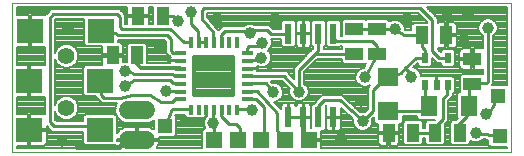
<source format=gtl>
G75*
G70*
%OFA0B0*%
%FSLAX24Y24*%
%IPPOS*%
%LPD*%
%AMOC8*
5,1,8,0,0,1.08239X$1,22.5*
%
%ADD10C,0.0000*%
%ADD11R,0.0236X0.0354*%
%ADD12C,0.0024*%
%ADD13C,0.0142*%
%ADD14C,0.0554*%
%ADD15R,0.0906X0.0787*%
%ADD16R,0.0433X0.0591*%
%ADD17C,0.0600*%
%ADD18R,0.0551X0.0709*%
%ADD19R,0.0710X0.0630*%
%ADD20R,0.0591X0.0433*%
%ADD21R,0.0236X0.0669*%
%ADD22R,0.0551X0.0551*%
%ADD23R,0.0512X0.0512*%
%ADD24C,0.0396*%
%ADD25C,0.0100*%
%ADD26C,0.0080*%
%ADD27C,0.0160*%
%ADD28C,0.0120*%
D10*
X000675Y001220D02*
X000675Y006190D01*
X017307Y006190D01*
X017307Y001220D01*
X000675Y001220D01*
D11*
X014436Y003459D03*
X014810Y003459D03*
X015184Y003459D03*
X015184Y004364D03*
X014436Y004364D03*
D12*
X008662Y004328D02*
X008332Y004328D01*
X008662Y004328D02*
X008662Y004234D01*
X008332Y004234D01*
X008332Y004328D01*
X008332Y004257D02*
X008662Y004257D01*
X008662Y004280D02*
X008332Y004280D01*
X008332Y004303D02*
X008662Y004303D01*
X008662Y004326D02*
X008332Y004326D01*
X008332Y004584D02*
X008662Y004584D01*
X008662Y004490D01*
X008332Y004490D01*
X008332Y004584D01*
X008332Y004513D02*
X008662Y004513D01*
X008662Y004536D02*
X008332Y004536D01*
X008332Y004559D02*
X008662Y004559D01*
X008662Y004582D02*
X008332Y004582D01*
X008190Y005057D02*
X008096Y005057D01*
X008190Y005057D02*
X008190Y004727D01*
X008096Y004727D01*
X008096Y005057D01*
X008096Y004750D02*
X008190Y004750D01*
X008190Y004773D02*
X008096Y004773D01*
X008096Y004796D02*
X008190Y004796D01*
X008190Y004819D02*
X008096Y004819D01*
X008096Y004842D02*
X008190Y004842D01*
X008190Y004865D02*
X008096Y004865D01*
X008096Y004888D02*
X008190Y004888D01*
X008190Y004911D02*
X008096Y004911D01*
X008096Y004934D02*
X008190Y004934D01*
X008190Y004957D02*
X008096Y004957D01*
X008096Y004980D02*
X008190Y004980D01*
X008190Y005003D02*
X008096Y005003D01*
X008096Y005026D02*
X008190Y005026D01*
X008190Y005049D02*
X008096Y005049D01*
X007934Y005057D02*
X007840Y005057D01*
X007934Y005057D02*
X007934Y004727D01*
X007840Y004727D01*
X007840Y005057D01*
X007840Y004750D02*
X007934Y004750D01*
X007934Y004773D02*
X007840Y004773D01*
X007840Y004796D02*
X007934Y004796D01*
X007934Y004819D02*
X007840Y004819D01*
X007840Y004842D02*
X007934Y004842D01*
X007934Y004865D02*
X007840Y004865D01*
X007840Y004888D02*
X007934Y004888D01*
X007934Y004911D02*
X007840Y004911D01*
X007840Y004934D02*
X007934Y004934D01*
X007934Y004957D02*
X007840Y004957D01*
X007840Y004980D02*
X007934Y004980D01*
X007934Y005003D02*
X007840Y005003D01*
X007840Y005026D02*
X007934Y005026D01*
X007934Y005049D02*
X007840Y005049D01*
X007678Y005057D02*
X007584Y005057D01*
X007678Y005057D02*
X007678Y004727D01*
X007584Y004727D01*
X007584Y005057D01*
X007584Y004750D02*
X007678Y004750D01*
X007678Y004773D02*
X007584Y004773D01*
X007584Y004796D02*
X007678Y004796D01*
X007678Y004819D02*
X007584Y004819D01*
X007584Y004842D02*
X007678Y004842D01*
X007678Y004865D02*
X007584Y004865D01*
X007584Y004888D02*
X007678Y004888D01*
X007678Y004911D02*
X007584Y004911D01*
X007584Y004934D02*
X007678Y004934D01*
X007678Y004957D02*
X007584Y004957D01*
X007584Y004980D02*
X007678Y004980D01*
X007678Y005003D02*
X007584Y005003D01*
X007584Y005026D02*
X007678Y005026D01*
X007678Y005049D02*
X007584Y005049D01*
X007422Y005057D02*
X007328Y005057D01*
X007422Y005057D02*
X007422Y004727D01*
X007328Y004727D01*
X007328Y005057D01*
X007328Y004750D02*
X007422Y004750D01*
X007422Y004773D02*
X007328Y004773D01*
X007328Y004796D02*
X007422Y004796D01*
X007422Y004819D02*
X007328Y004819D01*
X007328Y004842D02*
X007422Y004842D01*
X007422Y004865D02*
X007328Y004865D01*
X007328Y004888D02*
X007422Y004888D01*
X007422Y004911D02*
X007328Y004911D01*
X007328Y004934D02*
X007422Y004934D01*
X007422Y004957D02*
X007328Y004957D01*
X007328Y004980D02*
X007422Y004980D01*
X007422Y005003D02*
X007328Y005003D01*
X007328Y005026D02*
X007422Y005026D01*
X007422Y005049D02*
X007328Y005049D01*
X007166Y005057D02*
X007072Y005057D01*
X007166Y005057D02*
X007166Y004727D01*
X007072Y004727D01*
X007072Y005057D01*
X007072Y004750D02*
X007166Y004750D01*
X007166Y004773D02*
X007072Y004773D01*
X007072Y004796D02*
X007166Y004796D01*
X007166Y004819D02*
X007072Y004819D01*
X007072Y004842D02*
X007166Y004842D01*
X007166Y004865D02*
X007072Y004865D01*
X007072Y004888D02*
X007166Y004888D01*
X007166Y004911D02*
X007072Y004911D01*
X007072Y004934D02*
X007166Y004934D01*
X007166Y004957D02*
X007072Y004957D01*
X007072Y004980D02*
X007166Y004980D01*
X007166Y005003D02*
X007072Y005003D01*
X007072Y005026D02*
X007166Y005026D01*
X007166Y005049D02*
X007072Y005049D01*
X006910Y005057D02*
X006816Y005057D01*
X006910Y005057D02*
X006910Y004727D01*
X006816Y004727D01*
X006816Y005057D01*
X006816Y004750D02*
X006910Y004750D01*
X006910Y004773D02*
X006816Y004773D01*
X006816Y004796D02*
X006910Y004796D01*
X006910Y004819D02*
X006816Y004819D01*
X006816Y004842D02*
X006910Y004842D01*
X006910Y004865D02*
X006816Y004865D01*
X006816Y004888D02*
X006910Y004888D01*
X006910Y004911D02*
X006816Y004911D01*
X006816Y004934D02*
X006910Y004934D01*
X006910Y004957D02*
X006816Y004957D01*
X006816Y004980D02*
X006910Y004980D01*
X006910Y005003D02*
X006816Y005003D01*
X006816Y005026D02*
X006910Y005026D01*
X006910Y005049D02*
X006816Y005049D01*
X006655Y005057D02*
X006561Y005057D01*
X006655Y005057D02*
X006655Y004727D01*
X006561Y004727D01*
X006561Y005057D01*
X006561Y004750D02*
X006655Y004750D01*
X006655Y004773D02*
X006561Y004773D01*
X006561Y004796D02*
X006655Y004796D01*
X006655Y004819D02*
X006561Y004819D01*
X006561Y004842D02*
X006655Y004842D01*
X006655Y004865D02*
X006561Y004865D01*
X006561Y004888D02*
X006655Y004888D01*
X006655Y004911D02*
X006561Y004911D01*
X006561Y004934D02*
X006655Y004934D01*
X006655Y004957D02*
X006561Y004957D01*
X006561Y004980D02*
X006655Y004980D01*
X006655Y005003D02*
X006561Y005003D01*
X006561Y005026D02*
X006655Y005026D01*
X006655Y005049D02*
X006561Y005049D01*
X006418Y004584D02*
X006088Y004584D01*
X006418Y004584D02*
X006418Y004490D01*
X006088Y004490D01*
X006088Y004584D01*
X006088Y004513D02*
X006418Y004513D01*
X006418Y004536D02*
X006088Y004536D01*
X006088Y004559D02*
X006418Y004559D01*
X006418Y004582D02*
X006088Y004582D01*
X006088Y004328D02*
X006418Y004328D01*
X006418Y004234D01*
X006088Y004234D01*
X006088Y004328D01*
X006088Y004257D02*
X006418Y004257D01*
X006418Y004280D02*
X006088Y004280D01*
X006088Y004303D02*
X006418Y004303D01*
X006418Y004326D02*
X006088Y004326D01*
X006088Y004072D02*
X006418Y004072D01*
X006418Y003978D01*
X006088Y003978D01*
X006088Y004072D01*
X006088Y004001D02*
X006418Y004001D01*
X006418Y004024D02*
X006088Y004024D01*
X006088Y004047D02*
X006418Y004047D01*
X006418Y004070D02*
X006088Y004070D01*
X006088Y003817D02*
X006418Y003817D01*
X006418Y003723D01*
X006088Y003723D01*
X006088Y003817D01*
X006088Y003746D02*
X006418Y003746D01*
X006418Y003769D02*
X006088Y003769D01*
X006088Y003792D02*
X006418Y003792D01*
X006418Y003815D02*
X006088Y003815D01*
X006088Y003561D02*
X006418Y003561D01*
X006418Y003467D01*
X006088Y003467D01*
X006088Y003561D01*
X006088Y003490D02*
X006418Y003490D01*
X006418Y003513D02*
X006088Y003513D01*
X006088Y003536D02*
X006418Y003536D01*
X006418Y003559D02*
X006088Y003559D01*
X006088Y003305D02*
X006418Y003305D01*
X006418Y003211D01*
X006088Y003211D01*
X006088Y003305D01*
X006088Y003234D02*
X006418Y003234D01*
X006418Y003257D02*
X006088Y003257D01*
X006088Y003280D02*
X006418Y003280D01*
X006418Y003303D02*
X006088Y003303D01*
X006088Y003049D02*
X006418Y003049D01*
X006418Y002955D01*
X006088Y002955D01*
X006088Y003049D01*
X006088Y002978D02*
X006418Y002978D01*
X006418Y003001D02*
X006088Y003001D01*
X006088Y003024D02*
X006418Y003024D01*
X006418Y003047D02*
X006088Y003047D01*
X006561Y002812D02*
X006655Y002812D01*
X006655Y002482D01*
X006561Y002482D01*
X006561Y002812D01*
X006561Y002505D02*
X006655Y002505D01*
X006655Y002528D02*
X006561Y002528D01*
X006561Y002551D02*
X006655Y002551D01*
X006655Y002574D02*
X006561Y002574D01*
X006561Y002597D02*
X006655Y002597D01*
X006655Y002620D02*
X006561Y002620D01*
X006561Y002643D02*
X006655Y002643D01*
X006655Y002666D02*
X006561Y002666D01*
X006561Y002689D02*
X006655Y002689D01*
X006655Y002712D02*
X006561Y002712D01*
X006561Y002735D02*
X006655Y002735D01*
X006655Y002758D02*
X006561Y002758D01*
X006561Y002781D02*
X006655Y002781D01*
X006655Y002804D02*
X006561Y002804D01*
X006816Y002812D02*
X006910Y002812D01*
X006910Y002482D01*
X006816Y002482D01*
X006816Y002812D01*
X006816Y002505D02*
X006910Y002505D01*
X006910Y002528D02*
X006816Y002528D01*
X006816Y002551D02*
X006910Y002551D01*
X006910Y002574D02*
X006816Y002574D01*
X006816Y002597D02*
X006910Y002597D01*
X006910Y002620D02*
X006816Y002620D01*
X006816Y002643D02*
X006910Y002643D01*
X006910Y002666D02*
X006816Y002666D01*
X006816Y002689D02*
X006910Y002689D01*
X006910Y002712D02*
X006816Y002712D01*
X006816Y002735D02*
X006910Y002735D01*
X006910Y002758D02*
X006816Y002758D01*
X006816Y002781D02*
X006910Y002781D01*
X006910Y002804D02*
X006816Y002804D01*
X007072Y002812D02*
X007166Y002812D01*
X007166Y002482D01*
X007072Y002482D01*
X007072Y002812D01*
X007072Y002505D02*
X007166Y002505D01*
X007166Y002528D02*
X007072Y002528D01*
X007072Y002551D02*
X007166Y002551D01*
X007166Y002574D02*
X007072Y002574D01*
X007072Y002597D02*
X007166Y002597D01*
X007166Y002620D02*
X007072Y002620D01*
X007072Y002643D02*
X007166Y002643D01*
X007166Y002666D02*
X007072Y002666D01*
X007072Y002689D02*
X007166Y002689D01*
X007166Y002712D02*
X007072Y002712D01*
X007072Y002735D02*
X007166Y002735D01*
X007166Y002758D02*
X007072Y002758D01*
X007072Y002781D02*
X007166Y002781D01*
X007166Y002804D02*
X007072Y002804D01*
X007328Y002812D02*
X007422Y002812D01*
X007422Y002482D01*
X007328Y002482D01*
X007328Y002812D01*
X007328Y002505D02*
X007422Y002505D01*
X007422Y002528D02*
X007328Y002528D01*
X007328Y002551D02*
X007422Y002551D01*
X007422Y002574D02*
X007328Y002574D01*
X007328Y002597D02*
X007422Y002597D01*
X007422Y002620D02*
X007328Y002620D01*
X007328Y002643D02*
X007422Y002643D01*
X007422Y002666D02*
X007328Y002666D01*
X007328Y002689D02*
X007422Y002689D01*
X007422Y002712D02*
X007328Y002712D01*
X007328Y002735D02*
X007422Y002735D01*
X007422Y002758D02*
X007328Y002758D01*
X007328Y002781D02*
X007422Y002781D01*
X007422Y002804D02*
X007328Y002804D01*
X007584Y002812D02*
X007678Y002812D01*
X007678Y002482D01*
X007584Y002482D01*
X007584Y002812D01*
X007584Y002505D02*
X007678Y002505D01*
X007678Y002528D02*
X007584Y002528D01*
X007584Y002551D02*
X007678Y002551D01*
X007678Y002574D02*
X007584Y002574D01*
X007584Y002597D02*
X007678Y002597D01*
X007678Y002620D02*
X007584Y002620D01*
X007584Y002643D02*
X007678Y002643D01*
X007678Y002666D02*
X007584Y002666D01*
X007584Y002689D02*
X007678Y002689D01*
X007678Y002712D02*
X007584Y002712D01*
X007584Y002735D02*
X007678Y002735D01*
X007678Y002758D02*
X007584Y002758D01*
X007584Y002781D02*
X007678Y002781D01*
X007678Y002804D02*
X007584Y002804D01*
X007840Y002812D02*
X007934Y002812D01*
X007934Y002482D01*
X007840Y002482D01*
X007840Y002812D01*
X007840Y002505D02*
X007934Y002505D01*
X007934Y002528D02*
X007840Y002528D01*
X007840Y002551D02*
X007934Y002551D01*
X007934Y002574D02*
X007840Y002574D01*
X007840Y002597D02*
X007934Y002597D01*
X007934Y002620D02*
X007840Y002620D01*
X007840Y002643D02*
X007934Y002643D01*
X007934Y002666D02*
X007840Y002666D01*
X007840Y002689D02*
X007934Y002689D01*
X007934Y002712D02*
X007840Y002712D01*
X007840Y002735D02*
X007934Y002735D01*
X007934Y002758D02*
X007840Y002758D01*
X007840Y002781D02*
X007934Y002781D01*
X007934Y002804D02*
X007840Y002804D01*
X008096Y002812D02*
X008190Y002812D01*
X008190Y002482D01*
X008096Y002482D01*
X008096Y002812D01*
X008096Y002505D02*
X008190Y002505D01*
X008190Y002528D02*
X008096Y002528D01*
X008096Y002551D02*
X008190Y002551D01*
X008190Y002574D02*
X008096Y002574D01*
X008096Y002597D02*
X008190Y002597D01*
X008190Y002620D02*
X008096Y002620D01*
X008096Y002643D02*
X008190Y002643D01*
X008190Y002666D02*
X008096Y002666D01*
X008096Y002689D02*
X008190Y002689D01*
X008190Y002712D02*
X008096Y002712D01*
X008096Y002735D02*
X008190Y002735D01*
X008190Y002758D02*
X008096Y002758D01*
X008096Y002781D02*
X008190Y002781D01*
X008190Y002804D02*
X008096Y002804D01*
X008332Y003049D02*
X008662Y003049D01*
X008662Y002955D01*
X008332Y002955D01*
X008332Y003049D01*
X008332Y002978D02*
X008662Y002978D01*
X008662Y003001D02*
X008332Y003001D01*
X008332Y003024D02*
X008662Y003024D01*
X008662Y003047D02*
X008332Y003047D01*
X008332Y003305D02*
X008662Y003305D01*
X008662Y003211D01*
X008332Y003211D01*
X008332Y003305D01*
X008332Y003234D02*
X008662Y003234D01*
X008662Y003257D02*
X008332Y003257D01*
X008332Y003280D02*
X008662Y003280D01*
X008662Y003303D02*
X008332Y003303D01*
X008332Y003561D02*
X008662Y003561D01*
X008662Y003467D01*
X008332Y003467D01*
X008332Y003561D01*
X008332Y003490D02*
X008662Y003490D01*
X008662Y003513D02*
X008332Y003513D01*
X008332Y003536D02*
X008662Y003536D01*
X008662Y003559D02*
X008332Y003559D01*
X008332Y003817D02*
X008662Y003817D01*
X008662Y003723D01*
X008332Y003723D01*
X008332Y003817D01*
X008332Y003746D02*
X008662Y003746D01*
X008662Y003769D02*
X008332Y003769D01*
X008332Y003792D02*
X008662Y003792D01*
X008662Y003815D02*
X008332Y003815D01*
X008332Y004072D02*
X008662Y004072D01*
X008662Y003978D01*
X008332Y003978D01*
X008332Y004072D01*
X008332Y004001D02*
X008662Y004001D01*
X008662Y004024D02*
X008332Y004024D01*
X008332Y004047D02*
X008662Y004047D01*
X008662Y004070D02*
X008332Y004070D01*
D13*
X008012Y004407D02*
X006738Y004407D01*
X008012Y004407D02*
X008012Y003133D01*
X006738Y003133D01*
X006738Y004407D01*
X006738Y003274D02*
X008012Y003274D01*
X008012Y003415D02*
X006738Y003415D01*
X006738Y003556D02*
X008012Y003556D01*
X008012Y003697D02*
X006738Y003697D01*
X006738Y003838D02*
X008012Y003838D01*
X008012Y003979D02*
X006738Y003979D01*
X006738Y004120D02*
X008012Y004120D01*
X008012Y004261D02*
X006738Y004261D01*
X006738Y004402D02*
X008012Y004402D01*
D14*
X002475Y004436D03*
X002475Y002703D03*
D15*
X003596Y001970D03*
X001234Y001970D03*
X001234Y003600D03*
X003596Y003600D03*
X003616Y005270D03*
X001254Y005270D03*
D16*
X004012Y004450D03*
X004839Y004450D03*
X004862Y005770D03*
X005689Y005770D03*
X013212Y001870D03*
X014039Y001870D03*
X014762Y001870D03*
X015589Y001870D03*
X015139Y005120D03*
X014312Y005120D03*
D17*
X005125Y002620D02*
X004525Y002620D01*
X004525Y001620D02*
X005125Y001620D01*
D18*
X014556Y002770D03*
X015895Y002770D03*
D19*
X013205Y002610D03*
X013205Y003729D03*
D20*
X012825Y004506D03*
X012075Y004506D03*
X012075Y005333D03*
X012825Y005333D03*
X016005Y004333D03*
X016005Y003506D03*
D21*
X011375Y002389D03*
X010875Y002389D03*
X010375Y002389D03*
X009875Y002389D03*
X009875Y005169D03*
X010375Y005169D03*
X010875Y005169D03*
X011375Y005169D03*
D22*
X010545Y001620D03*
X009757Y001620D03*
X008970Y001620D03*
X008183Y001620D03*
X007395Y001620D03*
D23*
X005755Y002100D03*
X016875Y003090D03*
X016915Y001760D03*
D24*
X016115Y001870D03*
X016465Y002480D03*
X013975Y003730D03*
X012425Y003720D03*
X012305Y002930D03*
X012345Y002250D03*
X011635Y001650D03*
X010225Y003240D03*
X009375Y003220D03*
X008675Y002620D03*
X007375Y002190D03*
X005777Y003258D03*
X004425Y003420D03*
X004425Y003920D03*
X005595Y004700D03*
X006195Y005600D03*
X006625Y005880D03*
X007485Y005670D03*
X008605Y005190D03*
X008995Y004870D03*
X008975Y004370D03*
X009425Y005670D03*
X013425Y005320D03*
X013835Y005660D03*
X015165Y005770D03*
X015845Y005800D03*
X016525Y005370D03*
X015715Y004980D03*
X002525Y005370D03*
X002325Y001610D03*
D25*
X002725Y001520D02*
X002815Y001410D01*
X003596Y001970D02*
X003546Y002080D01*
X002075Y002080D01*
X001915Y002240D01*
X001915Y005700D01*
X002035Y005820D01*
X004175Y005820D01*
X004255Y005740D01*
X004255Y005400D01*
X004315Y005340D01*
X005935Y005340D01*
X006383Y004892D01*
X006608Y004892D01*
X006863Y004892D02*
X006863Y005271D01*
X006635Y005500D01*
X006635Y005870D01*
X006625Y005880D01*
X006995Y005960D02*
X006995Y005650D01*
X007375Y005220D01*
X007375Y004892D01*
X007119Y004892D02*
X006863Y004892D01*
X006253Y004537D02*
X006251Y004540D01*
X006035Y004540D01*
X005975Y004600D01*
X005975Y004980D01*
X005815Y005140D01*
X004175Y005140D01*
X004135Y005180D01*
X003895Y005180D01*
X003755Y005320D01*
X003756Y005320D01*
X003616Y005270D01*
X004825Y004456D02*
X004839Y004450D01*
X004825Y004456D02*
X004825Y004170D01*
X004575Y003920D02*
X004725Y003820D01*
X006025Y003820D01*
X006075Y003770D01*
X006253Y003770D01*
X006031Y003514D02*
X005925Y003620D01*
X004725Y003620D01*
X004425Y003420D01*
X004675Y003120D02*
X004275Y003020D01*
X003725Y003020D01*
X003625Y003120D01*
X003625Y003601D01*
X003596Y003600D01*
X004425Y003920D02*
X004575Y003920D01*
X004675Y003120D02*
X005245Y003120D01*
X005635Y002880D01*
X005985Y002880D01*
X006088Y003002D01*
X006253Y003002D01*
X006253Y003258D02*
X005777Y003258D01*
X005775Y003270D01*
X006031Y003514D02*
X006253Y003514D01*
X006253Y004281D02*
X005863Y004281D01*
X005775Y004370D01*
X007631Y004892D02*
X007631Y005125D01*
X007775Y005270D01*
X008425Y005270D01*
X008605Y005190D01*
X008715Y005300D01*
X009155Y005300D01*
X009286Y005169D01*
X009875Y005169D01*
X008995Y004870D02*
X008875Y004770D01*
X008575Y004770D01*
X008493Y004687D01*
X008493Y004537D01*
X008497Y004537D01*
X008497Y004281D02*
X008863Y004281D01*
X008975Y004370D01*
X009325Y004120D02*
X009175Y003970D01*
X008875Y003970D01*
X008819Y004025D01*
X008497Y004025D01*
X008497Y003770D02*
X009725Y003770D01*
X010225Y003240D01*
X010225Y003970D01*
X010762Y004506D01*
X012075Y004506D01*
X012675Y004920D02*
X011475Y004920D01*
X011375Y005020D01*
X011375Y005169D01*
X010875Y005169D02*
X010875Y004643D01*
X010762Y004506D01*
X012075Y005333D02*
X012825Y005333D01*
X012689Y005320D01*
X013425Y005320D01*
X013725Y005120D01*
X014312Y005120D01*
X014312Y004733D01*
X014425Y004620D01*
X014425Y004375D01*
X014436Y004364D01*
X014430Y004370D01*
X014125Y004370D01*
X013775Y004020D01*
X013975Y003820D01*
X013975Y003730D01*
X013775Y004020D02*
X013625Y003870D01*
X013205Y003729D01*
X013162Y003600D01*
X013075Y003520D01*
X012915Y003520D01*
X012695Y003300D01*
X012695Y002600D01*
X012345Y002250D01*
X011585Y002970D01*
X011075Y002970D01*
X010875Y002770D01*
X010875Y002389D01*
X009825Y001670D02*
X009825Y001620D01*
X009826Y001620D01*
X009757Y001620D01*
X009505Y001972D01*
X009505Y002540D01*
X008837Y003258D01*
X008497Y003258D01*
X008497Y003514D02*
X009131Y003514D01*
X009375Y003220D01*
X009045Y002740D02*
X008793Y003002D01*
X008497Y003002D01*
X008647Y002647D02*
X008143Y002647D01*
X007631Y002647D02*
X007631Y002434D01*
X007905Y002160D01*
X008135Y002160D01*
X008275Y002020D01*
X008275Y001627D01*
X008183Y001620D01*
X007395Y001620D02*
X007395Y002130D01*
X007375Y002190D01*
X007375Y002647D01*
X007119Y002647D02*
X007119Y002464D01*
X007025Y002320D01*
X006275Y002320D01*
X005983Y002647D02*
X005755Y002100D01*
X005983Y002647D02*
X006608Y002647D01*
X008647Y002647D02*
X008675Y002620D01*
X009045Y002740D02*
X009045Y001644D01*
X008970Y001620D01*
X012425Y003720D02*
X012825Y004510D01*
X012825Y004770D01*
X012675Y004920D01*
X012825Y004510D02*
X012825Y004506D01*
X014675Y004590D02*
X014895Y004370D01*
X015178Y004370D01*
X015184Y004364D01*
X014675Y004590D02*
X014675Y005620D01*
X014255Y006040D01*
X007075Y006040D01*
X006995Y005960D01*
X006195Y005600D02*
X006039Y005760D01*
X005689Y005770D01*
X003806Y002120D02*
X003596Y001970D01*
X013205Y002610D02*
X014363Y002606D01*
X014556Y002770D01*
X014436Y002740D01*
X014436Y003459D01*
X015012Y002996D02*
X015175Y003160D01*
X015175Y003451D01*
X015184Y003459D01*
X015839Y003520D02*
X016005Y003506D01*
X015895Y003515D01*
X015895Y002770D01*
X015839Y002675D01*
X015825Y002420D01*
X015489Y002083D01*
X015589Y001870D01*
X016115Y001870D02*
X016915Y001760D01*
X016465Y002480D02*
X016565Y002540D01*
X016715Y002840D01*
X016715Y003100D01*
X016875Y003090D01*
X016475Y003520D02*
X015839Y003520D01*
X016475Y003520D02*
X016525Y003570D01*
X016525Y005370D01*
X015012Y002996D02*
X015012Y002326D01*
X014675Y001970D01*
X014762Y001870D01*
X014039Y001870D01*
D26*
X013702Y001848D02*
X013252Y001848D01*
X013252Y001830D02*
X013252Y001909D01*
X013568Y001909D01*
X013568Y002175D01*
X013610Y002175D01*
X013680Y002245D01*
X013680Y002438D01*
X014160Y002437D01*
X014160Y002365D01*
X014231Y002295D01*
X014749Y002295D01*
X014739Y002285D01*
X014496Y002285D01*
X014425Y002214D01*
X014425Y002039D01*
X014375Y002039D01*
X014375Y002214D01*
X014305Y002285D01*
X013772Y002285D01*
X013702Y002214D01*
X013702Y001525D01*
X013772Y001454D01*
X014305Y001454D01*
X014375Y001525D01*
X014375Y001700D01*
X014425Y001700D01*
X014425Y001525D01*
X014496Y001454D01*
X015028Y001454D01*
X015098Y001525D01*
X015098Y002170D01*
X015134Y002208D01*
X015182Y002256D01*
X015182Y002259D01*
X015184Y002261D01*
X015182Y002329D01*
X015182Y002926D01*
X015246Y002990D01*
X015345Y003089D01*
X015345Y003162D01*
X015351Y003162D01*
X015422Y003232D01*
X015422Y003686D01*
X015351Y003756D01*
X015016Y003756D01*
X015010Y003750D01*
X014982Y003766D01*
X014946Y003776D01*
X014829Y003776D01*
X014829Y003478D01*
X014790Y003478D01*
X014790Y003776D01*
X014673Y003776D01*
X014637Y003766D01*
X014609Y003750D01*
X014603Y003756D01*
X014293Y003756D01*
X014293Y003793D01*
X014245Y003910D01*
X014155Y003999D01*
X014042Y004046D01*
X014196Y004200D01*
X014197Y004200D01*
X014197Y004138D01*
X014268Y004067D01*
X014603Y004067D01*
X014674Y004138D01*
X014674Y004351D01*
X014725Y004299D01*
X014825Y004200D01*
X014945Y004200D01*
X014945Y004138D01*
X015016Y004067D01*
X015351Y004067D01*
X015422Y004138D01*
X015422Y004591D01*
X015351Y004662D01*
X015016Y004662D01*
X014945Y004591D01*
X014945Y004560D01*
X014845Y004660D01*
X014845Y004707D01*
X014868Y004694D01*
X014904Y004684D01*
X015099Y004684D01*
X015099Y005079D01*
X015179Y005079D01*
X015179Y005080D02*
X015179Y005159D01*
X015495Y005159D01*
X015495Y005433D01*
X015486Y005469D01*
X015467Y005501D01*
X015441Y005527D01*
X015409Y005545D01*
X015374Y005555D01*
X015179Y005555D01*
X015179Y005160D01*
X015099Y005160D01*
X015099Y005555D01*
X014904Y005555D01*
X014868Y005545D01*
X014845Y005532D01*
X014845Y005690D01*
X014746Y005789D01*
X014486Y006050D01*
X017167Y006050D01*
X017167Y003465D01*
X016661Y003465D01*
X016695Y003499D01*
X016695Y003640D01*
X016695Y005096D01*
X016705Y005100D01*
X016795Y005189D01*
X016843Y005306D01*
X016843Y005433D01*
X016795Y005550D01*
X016705Y005639D01*
X016589Y005688D01*
X016462Y005688D01*
X016345Y005639D01*
X016256Y005550D01*
X016207Y005433D01*
X016207Y005306D01*
X016256Y005189D01*
X016345Y005100D01*
X016355Y005096D01*
X016355Y004679D01*
X016355Y004680D01*
X016319Y004689D01*
X016045Y004689D01*
X016045Y004373D01*
X015965Y004373D01*
X015965Y004293D01*
X015570Y004293D01*
X015570Y004098D01*
X015580Y004062D01*
X015598Y004030D01*
X015624Y004004D01*
X015656Y003986D01*
X015692Y003976D01*
X015965Y003976D01*
X015965Y004293D01*
X016045Y004293D01*
X016045Y003976D01*
X016319Y003976D01*
X016355Y003986D01*
X016355Y003838D01*
X016350Y003843D01*
X015660Y003843D01*
X015590Y003772D01*
X015590Y003244D01*
X015569Y003244D01*
X015499Y003174D01*
X015499Y002365D01*
X015515Y002350D01*
X015450Y002285D01*
X015322Y002285D01*
X015252Y002214D01*
X015252Y001525D01*
X015322Y001454D01*
X015855Y001454D01*
X015925Y001525D01*
X015925Y001610D01*
X015935Y001600D01*
X016052Y001551D01*
X016179Y001551D01*
X016295Y001600D01*
X016360Y001664D01*
X016539Y001640D01*
X016539Y001454D01*
X016610Y001384D01*
X017167Y001384D01*
X017167Y001359D01*
X010960Y001359D01*
X010960Y001580D01*
X010585Y001580D01*
X010585Y001659D01*
X010960Y001659D01*
X010960Y001914D01*
X010955Y001934D01*
X011043Y001934D01*
X011113Y002005D01*
X011125Y002005D01*
X011127Y002000D02*
X011145Y001969D01*
X011171Y001942D01*
X011203Y001924D01*
X011239Y001914D01*
X011356Y001914D01*
X011356Y002370D01*
X011117Y002370D01*
X011117Y002036D01*
X011127Y002000D01*
X011113Y002005D02*
X011113Y002767D01*
X011131Y002784D01*
X011127Y002778D01*
X011117Y002742D01*
X011117Y002408D01*
X011356Y002408D01*
X011356Y002370D01*
X011394Y002370D01*
X011394Y001914D01*
X011512Y001914D01*
X011547Y001924D01*
X011579Y001942D01*
X011605Y001969D01*
X011624Y002000D01*
X011633Y002036D01*
X011633Y002370D01*
X011395Y002370D01*
X011395Y002408D01*
X011633Y002408D01*
X011633Y002690D01*
X012028Y002316D01*
X012027Y002313D01*
X012027Y002186D01*
X012076Y002069D01*
X012165Y001980D01*
X012282Y001931D01*
X012409Y001931D01*
X012525Y001980D01*
X012615Y002069D01*
X012663Y002186D01*
X012663Y002313D01*
X012659Y002323D01*
X012730Y002394D01*
X012730Y002245D01*
X012801Y002175D01*
X012855Y002175D01*
X012855Y001909D01*
X013172Y001909D01*
X013172Y001830D01*
X012855Y001830D01*
X012855Y001556D01*
X012865Y001520D01*
X012883Y001488D01*
X012909Y001462D01*
X012941Y001444D01*
X012977Y001434D01*
X013172Y001434D01*
X013172Y001829D01*
X013252Y001829D01*
X013252Y001434D01*
X013447Y001434D01*
X013482Y001444D01*
X013514Y001462D01*
X013540Y001488D01*
X013559Y001520D01*
X013568Y001556D01*
X013568Y001830D01*
X013252Y001830D01*
X013252Y001769D02*
X013172Y001769D01*
X013172Y001691D02*
X013252Y001691D01*
X013252Y001612D02*
X013172Y001612D01*
X013172Y001534D02*
X013252Y001534D01*
X013252Y001455D02*
X013172Y001455D01*
X013502Y001455D02*
X013771Y001455D01*
X013702Y001534D02*
X013562Y001534D01*
X013568Y001612D02*
X013702Y001612D01*
X013702Y001691D02*
X013568Y001691D01*
X013568Y001769D02*
X013702Y001769D01*
X013702Y001926D02*
X013568Y001926D01*
X013568Y002005D02*
X013702Y002005D01*
X013702Y002084D02*
X013568Y002084D01*
X013568Y002162D02*
X013702Y002162D01*
X013676Y002241D02*
X013728Y002241D01*
X013680Y002319D02*
X014207Y002319D01*
X014160Y002398D02*
X013680Y002398D01*
X014349Y002241D02*
X014451Y002241D01*
X014425Y002162D02*
X014375Y002162D01*
X014375Y002084D02*
X014425Y002084D01*
X014425Y001691D02*
X014375Y001691D01*
X014375Y001612D02*
X014425Y001612D01*
X014425Y001534D02*
X014375Y001534D01*
X014306Y001455D02*
X014495Y001455D01*
X015029Y001455D02*
X015321Y001455D01*
X015252Y001534D02*
X015098Y001534D01*
X015098Y001612D02*
X015252Y001612D01*
X015252Y001691D02*
X015098Y001691D01*
X015098Y001769D02*
X015252Y001769D01*
X015252Y001848D02*
X015098Y001848D01*
X015098Y001926D02*
X015252Y001926D01*
X015252Y002005D02*
X015098Y002005D01*
X015098Y002084D02*
X015252Y002084D01*
X015252Y002162D02*
X015098Y002162D01*
X015167Y002241D02*
X015278Y002241D01*
X015182Y002319D02*
X015485Y002319D01*
X015499Y002398D02*
X015182Y002398D01*
X015182Y002476D02*
X015499Y002476D01*
X015499Y002555D02*
X015182Y002555D01*
X015182Y002633D02*
X015499Y002633D01*
X015499Y002712D02*
X015182Y002712D01*
X015182Y002790D02*
X015499Y002790D01*
X015499Y002869D02*
X015182Y002869D01*
X015204Y002947D02*
X015499Y002947D01*
X015499Y003026D02*
X015282Y003026D01*
X015345Y003105D02*
X015499Y003105D01*
X015509Y003183D02*
X015373Y003183D01*
X015422Y003262D02*
X015590Y003262D01*
X015590Y003340D02*
X015422Y003340D01*
X015422Y003419D02*
X015590Y003419D01*
X015590Y003497D02*
X015422Y003497D01*
X015422Y003576D02*
X015590Y003576D01*
X015590Y003654D02*
X015422Y003654D01*
X015374Y003733D02*
X015590Y003733D01*
X015629Y003811D02*
X014286Y003811D01*
X014253Y003890D02*
X016355Y003890D01*
X016355Y003969D02*
X014186Y003969D01*
X014209Y004126D02*
X014122Y004126D01*
X014043Y004047D02*
X015588Y004047D01*
X015570Y004126D02*
X015410Y004126D01*
X015422Y004204D02*
X015570Y004204D01*
X015570Y004283D02*
X015422Y004283D01*
X015422Y004361D02*
X015965Y004361D01*
X015965Y004373D02*
X015570Y004373D01*
X015570Y004568D01*
X015580Y004603D01*
X015598Y004635D01*
X015624Y004661D01*
X015656Y004680D01*
X015692Y004689D01*
X015965Y004689D01*
X015965Y004373D01*
X015965Y004440D02*
X016045Y004440D01*
X016045Y004518D02*
X015965Y004518D01*
X015965Y004597D02*
X016045Y004597D01*
X016045Y004675D02*
X015965Y004675D01*
X015648Y004675D02*
X014845Y004675D01*
X014908Y004597D02*
X014951Y004597D01*
X015099Y004754D02*
X015179Y004754D01*
X015179Y004684D02*
X015374Y004684D01*
X015409Y004694D01*
X015441Y004712D01*
X015467Y004738D01*
X015486Y004770D01*
X015495Y004806D01*
X015495Y005080D01*
X015179Y005080D01*
X015179Y005079D02*
X015179Y004684D01*
X015179Y004833D02*
X015099Y004833D01*
X015099Y004911D02*
X015179Y004911D01*
X015179Y004990D02*
X015099Y004990D01*
X015099Y005068D02*
X015179Y005068D01*
X015179Y005147D02*
X016298Y005147D01*
X016241Y005225D02*
X015495Y005225D01*
X015495Y005304D02*
X016208Y005304D01*
X016207Y005382D02*
X015495Y005382D01*
X015488Y005461D02*
X016219Y005461D01*
X016251Y005539D02*
X015419Y005539D01*
X015179Y005539D02*
X015099Y005539D01*
X015099Y005461D02*
X015179Y005461D01*
X015179Y005382D02*
X015099Y005382D01*
X015099Y005304D02*
X015179Y005304D01*
X015179Y005225D02*
X015099Y005225D01*
X015495Y005068D02*
X016355Y005068D01*
X016355Y004990D02*
X015495Y004990D01*
X015495Y004911D02*
X016355Y004911D01*
X016355Y004833D02*
X015495Y004833D01*
X015476Y004754D02*
X016355Y004754D01*
X016695Y004754D02*
X017167Y004754D01*
X017167Y004833D02*
X016695Y004833D01*
X016695Y004911D02*
X017167Y004911D01*
X017167Y004990D02*
X016695Y004990D01*
X016695Y005068D02*
X017167Y005068D01*
X017167Y005147D02*
X016752Y005147D01*
X016810Y005225D02*
X017167Y005225D01*
X017167Y005304D02*
X016842Y005304D01*
X016843Y005382D02*
X017167Y005382D01*
X017167Y005461D02*
X016832Y005461D01*
X016799Y005539D02*
X017167Y005539D01*
X017167Y005618D02*
X016727Y005618D01*
X016324Y005618D02*
X014845Y005618D01*
X014845Y005539D02*
X014858Y005539D01*
X014839Y005696D02*
X017167Y005696D01*
X017167Y005775D02*
X014760Y005775D01*
X014682Y005854D02*
X017167Y005854D01*
X017167Y005932D02*
X014603Y005932D01*
X014524Y006011D02*
X017167Y006011D01*
X017167Y004675D02*
X016695Y004675D01*
X016695Y004597D02*
X017167Y004597D01*
X017167Y004518D02*
X016695Y004518D01*
X016695Y004440D02*
X017167Y004440D01*
X017167Y004361D02*
X016695Y004361D01*
X016695Y004283D02*
X017167Y004283D01*
X017167Y004204D02*
X016695Y004204D01*
X016695Y004126D02*
X017167Y004126D01*
X017167Y004047D02*
X016695Y004047D01*
X016695Y003969D02*
X017167Y003969D01*
X017167Y003890D02*
X016695Y003890D01*
X016695Y003811D02*
X017167Y003811D01*
X017167Y003733D02*
X016695Y003733D01*
X016695Y003654D02*
X017167Y003654D01*
X017167Y003576D02*
X016695Y003576D01*
X016693Y003497D02*
X017167Y003497D01*
X016355Y003986D02*
X016355Y003986D01*
X016045Y004047D02*
X015965Y004047D01*
X015965Y004126D02*
X016045Y004126D01*
X016045Y004204D02*
X015965Y004204D01*
X015965Y004283D02*
X016045Y004283D01*
X015570Y004440D02*
X015422Y004440D01*
X015422Y004518D02*
X015570Y004518D01*
X015578Y004597D02*
X015416Y004597D01*
X014742Y004283D02*
X014674Y004283D01*
X014674Y004204D02*
X014820Y004204D01*
X014957Y004126D02*
X014662Y004126D01*
X014790Y003733D02*
X014829Y003733D01*
X014829Y003654D02*
X014790Y003654D01*
X014790Y003576D02*
X014829Y003576D01*
X014829Y003497D02*
X014790Y003497D01*
X012605Y003450D02*
X012525Y003370D01*
X012525Y002670D01*
X012419Y002563D01*
X012409Y002568D01*
X012282Y002568D01*
X012264Y002560D01*
X011703Y003092D01*
X011656Y003139D01*
X011653Y003139D01*
X011651Y003141D01*
X011583Y003139D01*
X011005Y003139D01*
X010905Y003040D01*
X010709Y002844D01*
X010707Y002844D01*
X010637Y002773D01*
X010637Y002035D01*
X010633Y002035D01*
X010633Y002036D01*
X010633Y002370D01*
X010395Y002370D01*
X010395Y002408D01*
X010633Y002408D01*
X010633Y002742D01*
X010624Y002778D01*
X010605Y002810D01*
X010579Y002836D01*
X010547Y002854D01*
X010512Y002864D01*
X010394Y002864D01*
X010394Y002408D01*
X010356Y002408D01*
X010356Y002370D01*
X010117Y002370D01*
X009895Y002370D01*
X009895Y002408D01*
X010117Y002408D01*
X010356Y002408D01*
X010356Y002864D01*
X010239Y002864D01*
X010203Y002854D01*
X010171Y002836D01*
X010145Y002810D01*
X010127Y002778D01*
X010125Y002772D01*
X010124Y002778D01*
X010105Y002810D01*
X010079Y002836D01*
X010047Y002854D01*
X010012Y002864D01*
X009894Y002864D01*
X009894Y002408D01*
X009856Y002408D01*
X009856Y002864D01*
X009739Y002864D01*
X009703Y002854D01*
X009671Y002836D01*
X009645Y002810D01*
X009627Y002778D01*
X009617Y002742D01*
X009617Y002669D01*
X009401Y002901D01*
X009439Y002901D01*
X009555Y002950D01*
X009645Y003039D01*
X009693Y003156D01*
X009693Y003283D01*
X009645Y003400D01*
X009555Y003489D01*
X009439Y003538D01*
X009332Y003538D01*
X009301Y003575D01*
X009301Y003584D01*
X009286Y003600D01*
X009652Y003600D01*
X009915Y003321D01*
X009907Y003303D01*
X009907Y003176D01*
X009956Y003059D01*
X010045Y002970D01*
X010162Y002921D01*
X010289Y002921D01*
X010405Y002970D01*
X010495Y003059D01*
X010543Y003176D01*
X010543Y003303D01*
X010495Y003420D01*
X010405Y003509D01*
X010395Y003513D01*
X010395Y003899D01*
X010832Y004336D01*
X011660Y004336D01*
X011660Y004240D01*
X011730Y004170D01*
X012420Y004170D01*
X012450Y004200D01*
X012469Y004181D01*
X012396Y004038D01*
X012362Y004038D01*
X012245Y003989D01*
X012156Y003900D01*
X012107Y003783D01*
X012107Y003656D01*
X012156Y003539D01*
X012245Y003450D01*
X012362Y003401D01*
X012489Y003401D01*
X012605Y003450D01*
X012574Y003419D02*
X012530Y003419D01*
X012525Y003340D02*
X010528Y003340D01*
X010543Y003262D02*
X012525Y003262D01*
X012525Y003183D02*
X010543Y003183D01*
X010514Y003105D02*
X010970Y003105D01*
X010891Y003026D02*
X010462Y003026D01*
X010351Y002947D02*
X010813Y002947D01*
X010734Y002869D02*
X009431Y002869D01*
X009504Y002790D02*
X009634Y002790D01*
X009617Y002712D02*
X009577Y002712D01*
X009856Y002712D02*
X009894Y002712D01*
X009894Y002790D02*
X009856Y002790D01*
X009856Y002633D02*
X009894Y002633D01*
X009894Y002555D02*
X009856Y002555D01*
X009856Y002476D02*
X009894Y002476D01*
X009895Y002398D02*
X010356Y002398D01*
X010395Y002398D02*
X010637Y002398D01*
X010633Y002476D02*
X010637Y002476D01*
X010633Y002555D02*
X010637Y002555D01*
X010633Y002633D02*
X010637Y002633D01*
X010633Y002712D02*
X010637Y002712D01*
X010654Y002790D02*
X010617Y002790D01*
X010394Y002790D02*
X010356Y002790D01*
X010356Y002712D02*
X010394Y002712D01*
X010394Y002633D02*
X010356Y002633D01*
X010356Y002555D02*
X010394Y002555D01*
X010394Y002476D02*
X010356Y002476D01*
X010633Y002319D02*
X010637Y002319D01*
X010633Y002241D02*
X010637Y002241D01*
X010633Y002162D02*
X010637Y002162D01*
X010633Y002084D02*
X010637Y002084D01*
X010957Y001926D02*
X011199Y001926D01*
X011356Y001926D02*
X011394Y001926D01*
X011394Y002005D02*
X011356Y002005D01*
X011356Y002084D02*
X011394Y002084D01*
X011394Y002162D02*
X011356Y002162D01*
X011356Y002241D02*
X011394Y002241D01*
X011394Y002319D02*
X011356Y002319D01*
X011356Y002398D02*
X011113Y002398D01*
X011113Y002476D02*
X011117Y002476D01*
X011113Y002555D02*
X011117Y002555D01*
X011113Y002633D02*
X011117Y002633D01*
X011113Y002712D02*
X011117Y002712D01*
X011395Y002398D02*
X011942Y002398D01*
X012025Y002319D02*
X011633Y002319D01*
X011633Y002241D02*
X012027Y002241D01*
X012037Y002162D02*
X011633Y002162D01*
X011633Y002084D02*
X012070Y002084D01*
X012140Y002005D02*
X011625Y002005D01*
X011552Y001926D02*
X012855Y001926D01*
X012855Y002005D02*
X012551Y002005D01*
X012621Y002084D02*
X012855Y002084D01*
X012855Y002162D02*
X012653Y002162D01*
X012663Y002241D02*
X012735Y002241D01*
X012730Y002319D02*
X012661Y002319D01*
X012489Y002633D02*
X012187Y002633D01*
X012104Y002712D02*
X012525Y002712D01*
X012525Y002790D02*
X012021Y002790D01*
X011939Y002869D02*
X012525Y002869D01*
X012525Y002947D02*
X011856Y002947D01*
X011773Y003026D02*
X012525Y003026D01*
X012525Y003105D02*
X011691Y003105D01*
X011693Y002633D02*
X011633Y002633D01*
X011633Y002555D02*
X011776Y002555D01*
X011859Y002476D02*
X011633Y002476D01*
X011117Y002319D02*
X011113Y002319D01*
X011113Y002241D02*
X011117Y002241D01*
X011113Y002162D02*
X011117Y002162D01*
X011113Y002084D02*
X011117Y002084D01*
X010960Y001848D02*
X013172Y001848D01*
X012855Y001769D02*
X010960Y001769D01*
X010960Y001691D02*
X012855Y001691D01*
X012855Y001612D02*
X010585Y001612D01*
X010960Y001534D02*
X012861Y001534D01*
X012922Y001455D02*
X010960Y001455D01*
X010960Y001377D02*
X017167Y001377D01*
X016539Y001455D02*
X015856Y001455D01*
X015925Y001534D02*
X016539Y001534D01*
X016539Y001612D02*
X016308Y001612D01*
X012320Y003419D02*
X010495Y003419D01*
X010417Y003497D02*
X012198Y003497D01*
X012140Y003576D02*
X010395Y003576D01*
X010395Y003654D02*
X012108Y003654D01*
X012107Y003733D02*
X010395Y003733D01*
X010395Y003811D02*
X012119Y003811D01*
X012152Y003890D02*
X010395Y003890D01*
X010465Y003969D02*
X012224Y003969D01*
X012401Y004047D02*
X010543Y004047D01*
X010622Y004126D02*
X012440Y004126D01*
X011696Y004204D02*
X010700Y004204D01*
X010779Y004283D02*
X011660Y004283D01*
X011660Y004676D02*
X011045Y004676D01*
X011045Y004716D01*
X011113Y004784D01*
X011113Y005553D01*
X011043Y005623D01*
X010707Y005623D01*
X010637Y005553D01*
X010637Y004784D01*
X010705Y004716D01*
X010705Y004704D01*
X010636Y004621D01*
X010155Y004139D01*
X010055Y004040D01*
X010055Y003667D01*
X009895Y003837D01*
X009895Y003840D01*
X009847Y003888D01*
X009801Y003937D01*
X009798Y003937D01*
X009796Y003939D01*
X009728Y003939D01*
X009660Y003941D01*
X009658Y003939D01*
X008809Y003939D01*
X008814Y003958D01*
X008814Y004025D01*
X008498Y004025D01*
X008498Y004026D01*
X008814Y004026D01*
X008814Y004092D01*
X008912Y004051D01*
X009039Y004051D01*
X009155Y004100D01*
X009245Y004189D01*
X009293Y004306D01*
X009293Y004433D01*
X009245Y004550D01*
X009185Y004609D01*
X009265Y004689D01*
X009313Y004806D01*
X009313Y004933D01*
X009286Y004999D01*
X009357Y004999D01*
X009637Y004999D01*
X009637Y004784D01*
X009707Y004714D01*
X010043Y004714D01*
X010113Y004784D01*
X010113Y005553D01*
X010043Y005623D01*
X009707Y005623D01*
X009637Y005553D01*
X009637Y005339D01*
X009357Y005339D01*
X009325Y005370D01*
X009226Y005469D01*
X008786Y005469D01*
X008761Y005469D01*
X008669Y005508D01*
X008542Y005508D01*
X008425Y005459D01*
X008413Y005447D01*
X008394Y005439D01*
X007705Y005439D01*
X007605Y005340D01*
X007547Y005282D01*
X007545Y005284D01*
X007545Y005290D01*
X007499Y005336D01*
X007165Y005714D01*
X007165Y005870D01*
X014185Y005870D01*
X014505Y005549D01*
X014505Y005535D01*
X014046Y005535D01*
X013975Y005464D01*
X013975Y005289D01*
X013777Y005289D01*
X013743Y005312D01*
X013743Y005383D01*
X013695Y005500D01*
X013605Y005589D01*
X013489Y005638D01*
X013362Y005638D01*
X013245Y005589D01*
X013241Y005585D01*
X013241Y005599D01*
X013170Y005669D01*
X012480Y005669D01*
X012450Y005639D01*
X012420Y005669D01*
X011730Y005669D01*
X011660Y005599D01*
X011660Y005089D01*
X011613Y005089D01*
X011613Y005553D01*
X011543Y005623D01*
X011207Y005623D01*
X011137Y005553D01*
X011137Y004784D01*
X011207Y004714D01*
X011543Y004714D01*
X011579Y004750D01*
X011660Y004750D01*
X011660Y004676D01*
X011167Y004754D02*
X011083Y004754D01*
X011113Y004833D02*
X011137Y004833D01*
X011137Y004911D02*
X011113Y004911D01*
X011113Y004990D02*
X011137Y004990D01*
X011137Y005068D02*
X011113Y005068D01*
X011113Y005147D02*
X011137Y005147D01*
X011137Y005225D02*
X011113Y005225D01*
X011113Y005304D02*
X011137Y005304D01*
X011137Y005382D02*
X011113Y005382D01*
X011113Y005461D02*
X011137Y005461D01*
X011137Y005539D02*
X011113Y005539D01*
X011048Y005618D02*
X011202Y005618D01*
X011548Y005618D02*
X011679Y005618D01*
X011660Y005539D02*
X011613Y005539D01*
X011613Y005461D02*
X011660Y005461D01*
X011660Y005382D02*
X011613Y005382D01*
X011613Y005304D02*
X011660Y005304D01*
X011660Y005225D02*
X011613Y005225D01*
X011613Y005147D02*
X011660Y005147D01*
X010702Y005618D02*
X010575Y005618D01*
X010579Y005615D02*
X010547Y005634D01*
X010512Y005643D01*
X010394Y005643D01*
X010394Y005188D01*
X010356Y005188D01*
X010356Y005643D01*
X010239Y005643D01*
X010203Y005634D01*
X010171Y005615D01*
X010145Y005589D01*
X010127Y005557D01*
X010117Y005522D01*
X010117Y005188D01*
X010356Y005188D01*
X010356Y005150D01*
X010117Y005150D01*
X010117Y004816D01*
X010127Y004780D01*
X010145Y004748D01*
X010171Y004722D01*
X010203Y004704D01*
X010239Y004694D01*
X010356Y004694D01*
X010356Y005149D01*
X010394Y005149D01*
X010394Y004694D01*
X010512Y004694D01*
X010547Y004704D01*
X010579Y004722D01*
X010605Y004748D01*
X010624Y004780D01*
X010633Y004816D01*
X010633Y005150D01*
X010395Y005150D01*
X010395Y005188D01*
X010633Y005188D01*
X010633Y005522D01*
X010624Y005557D01*
X010605Y005589D01*
X010579Y005615D01*
X010629Y005539D02*
X010637Y005539D01*
X010633Y005461D02*
X010637Y005461D01*
X010633Y005382D02*
X010637Y005382D01*
X010633Y005304D02*
X010637Y005304D01*
X010633Y005225D02*
X010637Y005225D01*
X010633Y005147D02*
X010637Y005147D01*
X010633Y005068D02*
X010637Y005068D01*
X010633Y004990D02*
X010637Y004990D01*
X010633Y004911D02*
X010637Y004911D01*
X010633Y004833D02*
X010637Y004833D01*
X010609Y004754D02*
X010667Y004754D01*
X010682Y004675D02*
X009251Y004675D01*
X009292Y004754D02*
X009667Y004754D01*
X009637Y004833D02*
X009313Y004833D01*
X009313Y004911D02*
X009637Y004911D01*
X009637Y004990D02*
X009290Y004990D01*
X009313Y005382D02*
X009637Y005382D01*
X009637Y005461D02*
X009234Y005461D01*
X009637Y005539D02*
X007319Y005539D01*
X007389Y005461D02*
X008429Y005461D01*
X007648Y005382D02*
X007458Y005382D01*
X007531Y005304D02*
X007569Y005304D01*
X007250Y005618D02*
X009702Y005618D01*
X010048Y005618D02*
X010176Y005618D01*
X010122Y005539D02*
X010113Y005539D01*
X010113Y005461D02*
X010117Y005461D01*
X010113Y005382D02*
X010117Y005382D01*
X010113Y005304D02*
X010117Y005304D01*
X010113Y005225D02*
X010117Y005225D01*
X010113Y005147D02*
X010117Y005147D01*
X010113Y005068D02*
X010117Y005068D01*
X010113Y004990D02*
X010117Y004990D01*
X010113Y004911D02*
X010117Y004911D01*
X010113Y004833D02*
X010117Y004833D01*
X010142Y004754D02*
X010083Y004754D01*
X010356Y004754D02*
X010394Y004754D01*
X010394Y004833D02*
X010356Y004833D01*
X010356Y004911D02*
X010394Y004911D01*
X010394Y004990D02*
X010356Y004990D01*
X010356Y005068D02*
X010394Y005068D01*
X010394Y005147D02*
X010356Y005147D01*
X010356Y005225D02*
X010394Y005225D01*
X010394Y005304D02*
X010356Y005304D01*
X010356Y005382D02*
X010394Y005382D01*
X010394Y005461D02*
X010356Y005461D01*
X010356Y005539D02*
X010394Y005539D01*
X010394Y005618D02*
X010356Y005618D01*
X010612Y004597D02*
X009198Y004597D01*
X009258Y004518D02*
X010534Y004518D01*
X010455Y004440D02*
X009290Y004440D01*
X009293Y004361D02*
X010377Y004361D01*
X010298Y004283D02*
X009284Y004283D01*
X009251Y004204D02*
X010220Y004204D01*
X010141Y004126D02*
X009181Y004126D01*
X008814Y004047D02*
X010062Y004047D01*
X010055Y003969D02*
X008814Y003969D01*
X009301Y003576D02*
X009674Y003576D01*
X009748Y003497D02*
X009536Y003497D01*
X009626Y003419D02*
X009822Y003419D01*
X009897Y003340D02*
X009670Y003340D01*
X009693Y003262D02*
X009907Y003262D01*
X009907Y003183D02*
X009693Y003183D01*
X009672Y003105D02*
X009937Y003105D01*
X009989Y003026D02*
X009632Y003026D01*
X009550Y002947D02*
X010099Y002947D01*
X010117Y002790D02*
X010134Y002790D01*
X010055Y003733D02*
X009993Y003733D01*
X010055Y003811D02*
X009919Y003811D01*
X009845Y003890D02*
X010055Y003890D01*
X007120Y002647D02*
X007120Y002384D01*
X007119Y002383D01*
X007119Y002647D01*
X007120Y002647D01*
X007119Y002633D02*
X007120Y002633D01*
X007119Y002555D02*
X007120Y002555D01*
X007119Y002476D02*
X007120Y002476D01*
X007119Y002398D02*
X007120Y002398D01*
X007089Y002330D02*
X007052Y002330D01*
X007014Y002341D01*
X006979Y002361D01*
X006977Y002362D01*
X006965Y002350D01*
X006762Y002350D01*
X006735Y002376D01*
X006709Y002350D01*
X006506Y002350D01*
X006429Y002428D01*
X006429Y002477D01*
X006097Y002477D01*
X006085Y002451D01*
X006131Y002405D01*
X006131Y001794D01*
X006061Y001724D01*
X005554Y001724D01*
X005554Y001723D01*
X005564Y001659D01*
X004865Y001659D01*
X004865Y001580D01*
X005564Y001580D01*
X005554Y001516D01*
X005533Y001451D01*
X005502Y001389D01*
X005480Y001359D01*
X007000Y001359D01*
X007000Y001945D01*
X007070Y002015D01*
X007103Y002015D01*
X007057Y002126D01*
X007057Y002253D01*
X007089Y002330D01*
X007085Y002319D02*
X006131Y002319D01*
X006131Y002241D02*
X007057Y002241D01*
X007057Y002162D02*
X006131Y002162D01*
X006131Y002084D02*
X007075Y002084D01*
X007060Y002005D02*
X006131Y002005D01*
X006131Y001926D02*
X007000Y001926D01*
X007000Y001848D02*
X006131Y001848D01*
X006107Y001769D02*
X007000Y001769D01*
X007000Y001691D02*
X005559Y001691D01*
X005557Y001534D02*
X007000Y001534D01*
X007000Y001612D02*
X004865Y001612D01*
X004865Y001660D02*
X004785Y001660D01*
X004785Y002059D01*
X004491Y002059D01*
X004422Y002049D01*
X004356Y002027D01*
X004295Y001996D01*
X004239Y001955D01*
X004190Y001906D01*
X004169Y001878D01*
X004169Y002382D01*
X004169Y002382D01*
X004287Y002263D01*
X004442Y002200D01*
X005209Y002200D01*
X005363Y002263D01*
X005379Y002280D01*
X005379Y001979D01*
X005356Y001996D01*
X005294Y002027D01*
X005228Y002049D01*
X005160Y002059D01*
X004865Y002059D01*
X004865Y001660D01*
X004865Y001691D02*
X004785Y001691D01*
X004785Y001659D02*
X004785Y001580D01*
X004169Y001580D01*
X004169Y001659D01*
X004785Y001659D01*
X004785Y001612D02*
X004169Y001612D01*
X004112Y001469D02*
X004118Y001451D01*
X004149Y001389D01*
X004170Y001359D01*
X000825Y001359D01*
X000825Y001436D01*
X001194Y001436D01*
X001194Y001929D01*
X001274Y001929D01*
X001274Y001436D01*
X001705Y001436D01*
X001741Y001445D01*
X001773Y001464D01*
X001799Y001490D01*
X001817Y001522D01*
X001827Y001557D01*
X001827Y001930D01*
X001274Y001930D01*
X001274Y002009D01*
X001827Y002009D01*
X001827Y002088D01*
X001905Y002009D01*
X002005Y001910D01*
X003024Y001910D01*
X003024Y001526D01*
X003094Y001456D01*
X004099Y001456D01*
X004112Y001469D01*
X004116Y001455D02*
X001758Y001455D01*
X001821Y001534D02*
X003024Y001534D01*
X003024Y001612D02*
X001827Y001612D01*
X001827Y001691D02*
X003024Y001691D01*
X003024Y001769D02*
X001827Y001769D01*
X001827Y001848D02*
X003024Y001848D01*
X003024Y002249D02*
X002146Y002249D01*
X002085Y002310D01*
X002085Y002607D01*
X002139Y002478D01*
X002250Y002367D01*
X002396Y002306D01*
X002554Y002306D01*
X002700Y002367D01*
X002812Y002478D01*
X002872Y002624D01*
X002872Y002782D01*
X002812Y002928D01*
X002700Y003040D01*
X002554Y003101D01*
X002396Y003101D01*
X002250Y003040D01*
X002139Y002928D01*
X002085Y002799D01*
X002085Y004340D01*
X002139Y004211D01*
X002250Y004099D01*
X002396Y004039D01*
X002554Y004039D01*
X002700Y004099D01*
X002812Y004211D01*
X002872Y004357D01*
X002872Y004515D01*
X002812Y004661D01*
X002700Y004772D01*
X002554Y004833D01*
X002396Y004833D01*
X002250Y004772D01*
X002139Y004661D01*
X002085Y004532D01*
X002085Y005629D01*
X002106Y005650D01*
X003044Y005650D01*
X003044Y004826D01*
X003114Y004756D01*
X003655Y004756D01*
X003655Y004489D01*
X003972Y004489D01*
X003972Y004410D01*
X003655Y004410D01*
X003655Y004136D01*
X003661Y004113D01*
X003094Y004113D01*
X003024Y004043D01*
X003024Y003156D01*
X003094Y003086D01*
X003455Y003086D01*
X003455Y003049D01*
X003555Y002950D01*
X003655Y002850D01*
X003796Y002850D01*
X004166Y002850D01*
X004105Y002703D01*
X004105Y002536D01*
X004147Y002435D01*
X004099Y002483D01*
X003094Y002483D01*
X003024Y002413D01*
X003024Y002249D01*
X003024Y002319D02*
X002585Y002319D01*
X002731Y002398D02*
X003024Y002398D01*
X003087Y002476D02*
X002810Y002476D01*
X002844Y002555D02*
X004105Y002555D01*
X004105Y002633D02*
X002872Y002633D01*
X002872Y002712D02*
X004109Y002712D01*
X004141Y002790D02*
X002869Y002790D01*
X002837Y002869D02*
X003635Y002869D01*
X003557Y002947D02*
X002793Y002947D01*
X002714Y003026D02*
X003478Y003026D01*
X003075Y003105D02*
X002085Y003105D01*
X002085Y003183D02*
X003024Y003183D01*
X003024Y003262D02*
X002085Y003262D01*
X002085Y003340D02*
X003024Y003340D01*
X003024Y003419D02*
X002085Y003419D01*
X002085Y003497D02*
X003024Y003497D01*
X003024Y003576D02*
X002085Y003576D01*
X002085Y003654D02*
X003024Y003654D01*
X003024Y003733D02*
X002085Y003733D01*
X002085Y003811D02*
X003024Y003811D01*
X003024Y003890D02*
X002085Y003890D01*
X002085Y003969D02*
X003024Y003969D01*
X003028Y004047D02*
X002575Y004047D01*
X002727Y004126D02*
X003658Y004126D01*
X003655Y004204D02*
X002805Y004204D01*
X002842Y004283D02*
X003655Y004283D01*
X003655Y004361D02*
X002872Y004361D01*
X002872Y004440D02*
X003972Y004440D01*
X004052Y004440D02*
X004502Y004440D01*
X004502Y004518D02*
X004368Y004518D01*
X004368Y004489D02*
X004368Y004763D01*
X004359Y004799D01*
X004340Y004831D01*
X004314Y004857D01*
X004282Y004875D01*
X004247Y004885D01*
X004189Y004885D01*
X004189Y004970D01*
X005745Y004970D01*
X005805Y004909D01*
X005805Y004670D01*
X005805Y004529D01*
X005865Y004469D01*
X005947Y004388D01*
X005946Y004387D01*
X005936Y004349D01*
X005936Y004281D01*
X005936Y004214D01*
X005938Y004205D01*
X005175Y004205D01*
X005175Y004794D01*
X005105Y004865D01*
X004572Y004865D01*
X004502Y004794D01*
X004502Y004232D01*
X004489Y004238D01*
X004368Y004238D01*
X004368Y004410D01*
X004052Y004410D01*
X004052Y004489D01*
X004368Y004489D01*
X004368Y004597D02*
X004502Y004597D01*
X004502Y004675D02*
X004368Y004675D01*
X004368Y004754D02*
X004502Y004754D01*
X004540Y004833D02*
X004339Y004833D01*
X004189Y004911D02*
X005803Y004911D01*
X005805Y004833D02*
X005137Y004833D01*
X005175Y004754D02*
X005805Y004754D01*
X005805Y004675D02*
X005175Y004675D01*
X005175Y004597D02*
X005805Y004597D01*
X005816Y004518D02*
X005175Y004518D01*
X005175Y004440D02*
X005895Y004440D01*
X005939Y004361D02*
X005175Y004361D01*
X005175Y004283D02*
X005936Y004283D01*
X005936Y004281D02*
X006253Y004281D01*
X005936Y004281D01*
X006253Y004281D02*
X006253Y004281D01*
X004502Y004283D02*
X004368Y004283D01*
X004368Y004361D02*
X004502Y004361D01*
X003655Y004518D02*
X002871Y004518D01*
X002838Y004597D02*
X003655Y004597D01*
X003655Y004675D02*
X002797Y004675D01*
X002719Y004754D02*
X003655Y004754D01*
X003044Y004833D02*
X002555Y004833D01*
X002396Y004833D02*
X002085Y004833D01*
X002085Y004911D02*
X003044Y004911D01*
X003044Y004990D02*
X002085Y004990D01*
X002085Y005068D02*
X003044Y005068D01*
X003044Y005147D02*
X002085Y005147D01*
X002085Y005225D02*
X003044Y005225D01*
X003044Y005304D02*
X002085Y005304D01*
X002085Y005382D02*
X003044Y005382D01*
X003044Y005461D02*
X002085Y005461D01*
X002085Y005539D02*
X003044Y005539D01*
X003044Y005618D02*
X002085Y005618D01*
X001845Y005869D02*
X001766Y005791D01*
X001761Y005794D01*
X001725Y005803D01*
X001294Y005803D01*
X001294Y005310D01*
X001214Y005310D01*
X001214Y005803D01*
X000825Y005803D01*
X000825Y006050D01*
X004505Y006050D01*
X004505Y005809D01*
X004822Y005809D01*
X004822Y005730D01*
X004505Y005730D01*
X004505Y005509D01*
X004425Y005509D01*
X004425Y005669D01*
X004425Y005810D01*
X004345Y005890D01*
X004246Y005989D01*
X002106Y005989D01*
X001965Y005989D01*
X001845Y005869D01*
X001829Y005854D02*
X000825Y005854D01*
X000825Y005932D02*
X001907Y005932D01*
X001294Y005775D02*
X001214Y005775D01*
X001214Y005696D02*
X001294Y005696D01*
X001294Y005618D02*
X001214Y005618D01*
X001214Y005539D02*
X001294Y005539D01*
X001294Y005461D02*
X001214Y005461D01*
X001214Y005382D02*
X001294Y005382D01*
X001294Y005229D02*
X001294Y004736D01*
X001725Y004736D01*
X001745Y004741D01*
X001745Y004121D01*
X001741Y004124D01*
X001705Y004133D01*
X001274Y004133D01*
X001274Y003640D01*
X001194Y003640D01*
X001194Y004133D01*
X000825Y004133D01*
X000825Y004736D01*
X001214Y004736D01*
X001214Y005229D01*
X001294Y005229D01*
X001294Y005225D02*
X001214Y005225D01*
X001214Y005147D02*
X001294Y005147D01*
X001294Y005068D02*
X001214Y005068D01*
X001214Y004990D02*
X001294Y004990D01*
X001294Y004911D02*
X001214Y004911D01*
X001214Y004833D02*
X001294Y004833D01*
X001294Y004754D02*
X001214Y004754D01*
X000825Y004675D02*
X001745Y004675D01*
X001745Y004597D02*
X000825Y004597D01*
X000825Y004518D02*
X001745Y004518D01*
X001745Y004440D02*
X000825Y004440D01*
X000825Y004361D02*
X001745Y004361D01*
X001745Y004283D02*
X000825Y004283D01*
X000825Y004204D02*
X001745Y004204D01*
X001734Y004126D02*
X001745Y004126D01*
X002085Y004126D02*
X002224Y004126D01*
X002145Y004204D02*
X002085Y004204D01*
X002085Y004283D02*
X002109Y004283D01*
X002085Y004047D02*
X002376Y004047D01*
X002112Y004597D02*
X002085Y004597D01*
X002085Y004675D02*
X002153Y004675D01*
X002085Y004754D02*
X002232Y004754D01*
X001274Y004126D02*
X001194Y004126D01*
X001194Y004047D02*
X001274Y004047D01*
X001274Y003969D02*
X001194Y003969D01*
X001194Y003890D02*
X001274Y003890D01*
X001274Y003811D02*
X001194Y003811D01*
X001194Y003733D02*
X001274Y003733D01*
X001274Y003654D02*
X001194Y003654D01*
X001194Y003559D02*
X001274Y003559D01*
X001274Y003066D01*
X001705Y003066D01*
X001741Y003075D01*
X001745Y003078D01*
X001745Y002491D01*
X001741Y002494D01*
X001705Y002503D01*
X001274Y002503D01*
X001274Y002010D01*
X001194Y002010D01*
X001194Y002503D01*
X000825Y002503D01*
X000825Y003066D01*
X001194Y003066D01*
X001194Y003559D01*
X001194Y003497D02*
X001274Y003497D01*
X001274Y003419D02*
X001194Y003419D01*
X001194Y003340D02*
X001274Y003340D01*
X001274Y003262D02*
X001194Y003262D01*
X001194Y003183D02*
X001274Y003183D01*
X001274Y003105D02*
X001194Y003105D01*
X000825Y003026D02*
X001745Y003026D01*
X001745Y002947D02*
X000825Y002947D01*
X000825Y002869D02*
X001745Y002869D01*
X001745Y002790D02*
X000825Y002790D01*
X000825Y002712D02*
X001745Y002712D01*
X001745Y002633D02*
X000825Y002633D01*
X000825Y002555D02*
X001745Y002555D01*
X002085Y002555D02*
X002107Y002555D01*
X002085Y002476D02*
X002141Y002476D01*
X002085Y002398D02*
X002219Y002398D01*
X002085Y002319D02*
X002365Y002319D01*
X001909Y002005D02*
X001274Y002005D01*
X001274Y002084D02*
X001194Y002084D01*
X001194Y002162D02*
X001274Y002162D01*
X001274Y002241D02*
X001194Y002241D01*
X001194Y002319D02*
X001274Y002319D01*
X001274Y002398D02*
X001194Y002398D01*
X001194Y002476D02*
X001274Y002476D01*
X001827Y002084D02*
X001831Y002084D01*
X001827Y001926D02*
X001988Y001926D01*
X001274Y001926D02*
X001194Y001926D01*
X001194Y001848D02*
X001274Y001848D01*
X001274Y001769D02*
X001194Y001769D01*
X001194Y001691D02*
X001274Y001691D01*
X001274Y001612D02*
X001194Y001612D01*
X001194Y001534D02*
X001274Y001534D01*
X001274Y001455D02*
X001194Y001455D01*
X000825Y001377D02*
X004158Y001377D01*
X004785Y001769D02*
X004865Y001769D01*
X004865Y001848D02*
X004785Y001848D01*
X004785Y001926D02*
X004865Y001926D01*
X004865Y002005D02*
X004785Y002005D01*
X005338Y002005D02*
X005379Y002005D01*
X005379Y002084D02*
X004169Y002084D01*
X004169Y002162D02*
X005379Y002162D01*
X005379Y002241D02*
X005308Y002241D01*
X006096Y002476D02*
X006429Y002476D01*
X006458Y002398D02*
X006131Y002398D01*
X005534Y001455D02*
X007000Y001455D01*
X007000Y001377D02*
X005493Y001377D01*
X004313Y002005D02*
X004169Y002005D01*
X004169Y001926D02*
X004210Y001926D01*
X004169Y002241D02*
X004343Y002241D01*
X004232Y002319D02*
X004169Y002319D01*
X004130Y002476D02*
X004106Y002476D01*
X002236Y003026D02*
X002085Y003026D01*
X002085Y002947D02*
X002158Y002947D01*
X002114Y002869D02*
X002085Y002869D01*
X004425Y005539D02*
X004505Y005539D01*
X004505Y005618D02*
X004425Y005618D01*
X004425Y005696D02*
X004505Y005696D01*
X004425Y005775D02*
X004822Y005775D01*
X004902Y005775D02*
X005352Y005775D01*
X005352Y005696D02*
X005218Y005696D01*
X005218Y005730D02*
X005218Y005509D01*
X005352Y005509D01*
X005352Y006050D01*
X005218Y006050D01*
X005218Y005809D01*
X004902Y005809D01*
X004902Y005730D01*
X005218Y005730D01*
X005218Y005618D02*
X005352Y005618D01*
X005352Y005539D02*
X005218Y005539D01*
X005218Y005854D02*
X005352Y005854D01*
X005352Y005932D02*
X005218Y005932D01*
X005218Y006011D02*
X005352Y006011D01*
X004505Y006011D02*
X000825Y006011D01*
X004303Y005932D02*
X004505Y005932D01*
X004505Y005854D02*
X004382Y005854D01*
X007165Y005854D02*
X014201Y005854D01*
X014279Y005775D02*
X007165Y005775D01*
X007181Y005696D02*
X014358Y005696D01*
X014436Y005618D02*
X013536Y005618D01*
X013655Y005539D02*
X014505Y005539D01*
X013975Y005461D02*
X013711Y005461D01*
X013743Y005382D02*
X013975Y005382D01*
X013975Y005304D02*
X013755Y005304D01*
X013315Y005618D02*
X013222Y005618D01*
D27*
X010375Y002389D02*
X010375Y001789D01*
X010545Y001620D01*
X004425Y001620D02*
X004215Y001410D01*
X002815Y001410D01*
D28*
X004969Y004025D02*
X004825Y004170D01*
X004969Y004025D02*
X006253Y004025D01*
M02*

</source>
